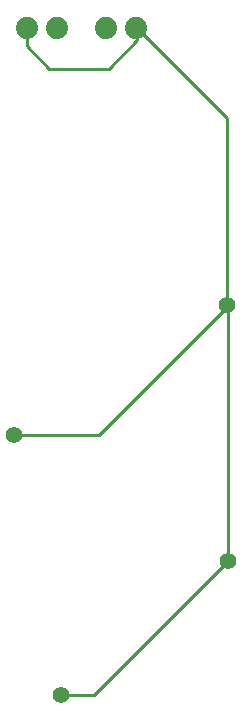
<source format=gbl>
G04 EAGLE Gerber RS-274X export*
G75*
%MOMM*%
%FSLAX34Y34*%
%LPD*%
%AMOC8*
5,1,8,0,0,1.08239X$1,22.5*%
G01*
%ADD10C,1.879600*%
%ADD11C,1.400000*%
%ADD12C,0.254000*%


D10*
X88000Y1014600D03*
X113400Y1014600D03*
X46500Y1014400D03*
X21100Y1014400D03*
D11*
X190000Y780000D03*
X191000Y563000D03*
X50000Y450000D03*
D12*
X78000Y450000D01*
X191000Y563000D01*
X191000Y779000D01*
X190000Y780000D01*
X190000Y938000D01*
X114000Y1014000D01*
X113400Y1014600D01*
X21100Y1014400D02*
X21100Y998900D01*
X40000Y980000D01*
X90000Y980000D01*
X114000Y1004000D02*
X114000Y1014000D01*
X114000Y1004000D02*
X90000Y980000D01*
D11*
X10000Y670000D03*
D12*
X82000Y670000D01*
X191000Y779000D01*
M02*

</source>
